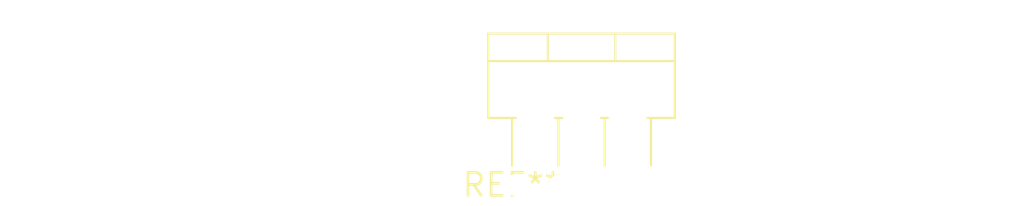
<source format=kicad_pcb>
(kicad_pcb (version 20240108) (generator pcbnew)
  (layers (0 "F.Cu" signal) (31 "B.Cu" signal) (34 "B.Paste" user) (35 "F.Paste" user) (36 "B.SilkS" user "B.Silkscreen") (37 "F.SilkS" user "F.Silkscreen") (38 "B.Mask" user) (39 "F.Mask" user) (44 "Edge.Cuts" user))
  (net 0 "")
  (footprint "TO-220-7_P2.54x3.7mm_StaggerOdd_Lead3.8mm_Vertical" (layer "F.Cu") (at 0 0)
    (property "Reference" "REF**")
    (property "Value" "TO-220-7_P2.54x3.7mm_StaggerOdd_Lead3.8mm_Vertical")
    (fp_line (start -1.31 -8.32) (end -1.31 -3.679) (layer "F.SilkS") (stroke (width 0.12)))
    (fp_line (start -1.31 -8.32) (end 8.93 -8.32) (layer "F.SilkS") (stroke (width 0.12)))
    (fp_line (start -1.31 -6.811) (end 8.93 -6.811) (layer "F.SilkS") (stroke (width 0.12)))
    (fp_line (start -1.31 -3.679) (end 0.205 -3.679) (layer "F.SilkS") (stroke (width 0.12)))
    (fp_line (start 0 -3.679) (end 0 -1.049) (layer "F.SilkS") (stroke (width 0.12)))
    (fp_line (start 1.96 -8.32) (end 1.96 -6.811) (layer "F.SilkS") (stroke (width 0.12)))
    (fp_line (start 2.336 -3.679) (end 2.745 -3.679) (layer "F.SilkS") (stroke (width 0.12)))
    (fp_line (start 2.54 -3.679) (end 2.54 -1.065) (layer "F.SilkS") (stroke (width 0.12)))
    (fp_line (start 4.875 -3.679) (end 5.285 -3.679) (layer "F.SilkS") (stroke (width 0.12)))
    (fp_line (start 5.08 -3.679) (end 5.08 -1.065) (layer "F.SilkS") (stroke (width 0.12)))
    (fp_line (start 5.66 -8.32) (end 5.66 -6.811) (layer "F.SilkS") (stroke (width 0.12)))
    (fp_line (start 7.415 -3.679) (end 8.93 -3.679) (layer "F.SilkS") (stroke (width 0.12)))
    (fp_line (start 7.62 -3.679) (end 7.62 -1.065) (layer "F.SilkS") (stroke (width 0.12)))
    (fp_line (start 8.93 -8.32) (end 8.93 -3.679) (layer "F.SilkS") (stroke (width 0.12)))
    (pad "1" thru_hole rect (at 0 0) (size 1.8 1.8) (drill 1.1) (layers *.Cu *.Mask) (remove_unused_layers))
    (pad "2" thru_hole oval (at 1.27 -3.7) (size 1.8 1.8) (drill 1.1) (layers *.Cu *.Mask) (remove_unused_layers))
    (pad "3" thru_hole oval (at 2.54 0) (size 1.8 1.8) (drill 1.1) (layers *.Cu *.Mask) (remove_unused_layers))
    (pad "4" thru_hole oval (at 3.81 -3.7) (size 1.8 1.8) (drill 1.1) (layers *.Cu *.Mask) (remove_unused_layers))
    (pad "5" thru_hole oval (at 5.08 0) (size 1.8 1.8) (drill 1.1) (layers *.Cu *.Mask) (remove_unused_layers))
    (pad "6" thru_hole oval (at 6.35 -3.7) (size 1.8 1.8) (drill 1.1) (layers *.Cu *.Mask) (remove_unused_layers))
    (pad "7" thru_hole oval (at 7.62 0) (size 1.8 1.8) (drill 1.1) (layers *.Cu *.Mask) (remove_unused_layers))
  )
)
</source>
